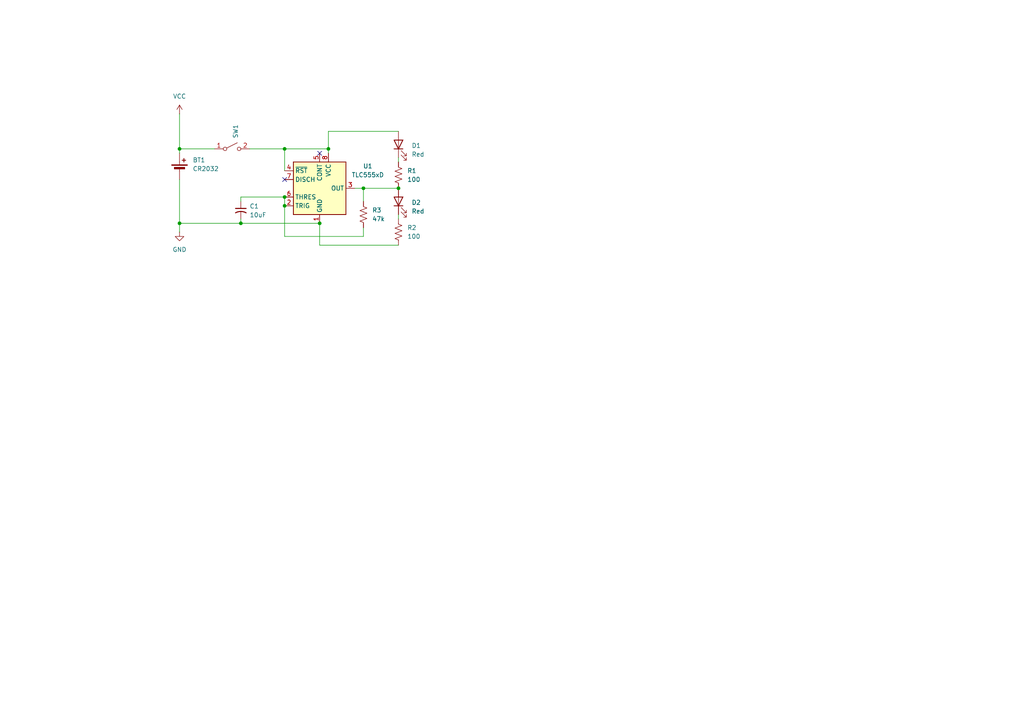
<source format=kicad_sch>
(kicad_sch
	(version 20250114)
	(generator "eeschema")
	(generator_version "9.0")
	(uuid "733fed39-4531-4df2-8b62-cf67f96802ac")
	(paper "A4")
	(lib_symbols
		(symbol "Device:Battery_Cell"
			(pin_numbers
				(hide yes)
			)
			(pin_names
				(offset 0)
				(hide yes)
			)
			(exclude_from_sim no)
			(in_bom yes)
			(on_board yes)
			(property "Reference" "BT"
				(at 2.54 2.54 0)
				(effects
					(font
						(size 1.27 1.27)
					)
					(justify left)
				)
			)
			(property "Value" "Battery_Cell"
				(at 2.54 0 0)
				(effects
					(font
						(size 1.27 1.27)
					)
					(justify left)
				)
			)
			(property "Footprint" ""
				(at 0 1.524 90)
				(effects
					(font
						(size 1.27 1.27)
					)
					(hide yes)
				)
			)
			(property "Datasheet" "~"
				(at 0 1.524 90)
				(effects
					(font
						(size 1.27 1.27)
					)
					(hide yes)
				)
			)
			(property "Description" "Single-cell battery"
				(at 0 0 0)
				(effects
					(font
						(size 1.27 1.27)
					)
					(hide yes)
				)
			)
			(property "ki_keywords" "battery cell"
				(at 0 0 0)
				(effects
					(font
						(size 1.27 1.27)
					)
					(hide yes)
				)
			)
			(symbol "Battery_Cell_0_1"
				(rectangle
					(start -2.286 1.778)
					(end 2.286 1.524)
					(stroke
						(width 0)
						(type default)
					)
					(fill
						(type outline)
					)
				)
				(rectangle
					(start -1.524 1.016)
					(end 1.524 0.508)
					(stroke
						(width 0)
						(type default)
					)
					(fill
						(type outline)
					)
				)
				(polyline
					(pts
						(xy 0 1.778) (xy 0 2.54)
					)
					(stroke
						(width 0)
						(type default)
					)
					(fill
						(type none)
					)
				)
				(polyline
					(pts
						(xy 0 0.762) (xy 0 0)
					)
					(stroke
						(width 0)
						(type default)
					)
					(fill
						(type none)
					)
				)
				(polyline
					(pts
						(xy 0.762 3.048) (xy 1.778 3.048)
					)
					(stroke
						(width 0.254)
						(type default)
					)
					(fill
						(type none)
					)
				)
				(polyline
					(pts
						(xy 1.27 3.556) (xy 1.27 2.54)
					)
					(stroke
						(width 0.254)
						(type default)
					)
					(fill
						(type none)
					)
				)
			)
			(symbol "Battery_Cell_1_1"
				(pin passive line
					(at 0 5.08 270)
					(length 2.54)
					(name "+"
						(effects
							(font
								(size 1.27 1.27)
							)
						)
					)
					(number "1"
						(effects
							(font
								(size 1.27 1.27)
							)
						)
					)
				)
				(pin passive line
					(at 0 -2.54 90)
					(length 2.54)
					(name "-"
						(effects
							(font
								(size 1.27 1.27)
							)
						)
					)
					(number "2"
						(effects
							(font
								(size 1.27 1.27)
							)
						)
					)
				)
			)
			(embedded_fonts no)
		)
		(symbol "Device:C_Small_US"
			(pin_numbers
				(hide yes)
			)
			(pin_names
				(offset 0.254)
				(hide yes)
			)
			(exclude_from_sim no)
			(in_bom yes)
			(on_board yes)
			(property "Reference" "C"
				(at 0.254 1.778 0)
				(effects
					(font
						(size 1.27 1.27)
					)
					(justify left)
				)
			)
			(property "Value" "C_Small_US"
				(at 0.254 -2.032 0)
				(effects
					(font
						(size 1.27 1.27)
					)
					(justify left)
				)
			)
			(property "Footprint" ""
				(at 0 0 0)
				(effects
					(font
						(size 1.27 1.27)
					)
					(hide yes)
				)
			)
			(property "Datasheet" ""
				(at 0 0 0)
				(effects
					(font
						(size 1.27 1.27)
					)
					(hide yes)
				)
			)
			(property "Description" "capacitor, small US symbol"
				(at 0 0 0)
				(effects
					(font
						(size 1.27 1.27)
					)
					(hide yes)
				)
			)
			(property "ki_keywords" "cap capacitor"
				(at 0 0 0)
				(effects
					(font
						(size 1.27 1.27)
					)
					(hide yes)
				)
			)
			(property "ki_fp_filters" "C_*"
				(at 0 0 0)
				(effects
					(font
						(size 1.27 1.27)
					)
					(hide yes)
				)
			)
			(symbol "C_Small_US_0_1"
				(polyline
					(pts
						(xy -1.524 0.508) (xy 1.524 0.508)
					)
					(stroke
						(width 0.3048)
						(type default)
					)
					(fill
						(type none)
					)
				)
				(arc
					(start -1.524 -0.762)
					(mid 0 -0.3734)
					(end 1.524 -0.762)
					(stroke
						(width 0.3048)
						(type default)
					)
					(fill
						(type none)
					)
				)
			)
			(symbol "C_Small_US_1_1"
				(pin passive line
					(at 0 2.54 270)
					(length 2.032)
					(name "~"
						(effects
							(font
								(size 1.27 1.27)
							)
						)
					)
					(number "1"
						(effects
							(font
								(size 1.27 1.27)
							)
						)
					)
				)
				(pin passive line
					(at 0 -2.54 90)
					(length 2.032)
					(name "~"
						(effects
							(font
								(size 1.27 1.27)
							)
						)
					)
					(number "2"
						(effects
							(font
								(size 1.27 1.27)
							)
						)
					)
				)
			)
			(embedded_fonts no)
		)
		(symbol "Device:LED"
			(pin_numbers
				(hide yes)
			)
			(pin_names
				(offset 1.016)
				(hide yes)
			)
			(exclude_from_sim no)
			(in_bom yes)
			(on_board yes)
			(property "Reference" "D"
				(at 0 2.54 0)
				(effects
					(font
						(size 1.27 1.27)
					)
				)
			)
			(property "Value" "LED"
				(at 0 -2.54 0)
				(effects
					(font
						(size 1.27 1.27)
					)
				)
			)
			(property "Footprint" ""
				(at 0 0 0)
				(effects
					(font
						(size 1.27 1.27)
					)
					(hide yes)
				)
			)
			(property "Datasheet" "~"
				(at 0 0 0)
				(effects
					(font
						(size 1.27 1.27)
					)
					(hide yes)
				)
			)
			(property "Description" "Light emitting diode"
				(at 0 0 0)
				(effects
					(font
						(size 1.27 1.27)
					)
					(hide yes)
				)
			)
			(property "Sim.Pins" "1=K 2=A"
				(at 0 0 0)
				(effects
					(font
						(size 1.27 1.27)
					)
					(hide yes)
				)
			)
			(property "ki_keywords" "LED diode"
				(at 0 0 0)
				(effects
					(font
						(size 1.27 1.27)
					)
					(hide yes)
				)
			)
			(property "ki_fp_filters" "LED* LED_SMD:* LED_THT:*"
				(at 0 0 0)
				(effects
					(font
						(size 1.27 1.27)
					)
					(hide yes)
				)
			)
			(symbol "LED_0_1"
				(polyline
					(pts
						(xy -3.048 -0.762) (xy -4.572 -2.286) (xy -3.81 -2.286) (xy -4.572 -2.286) (xy -4.572 -1.524)
					)
					(stroke
						(width 0)
						(type default)
					)
					(fill
						(type none)
					)
				)
				(polyline
					(pts
						(xy -1.778 -0.762) (xy -3.302 -2.286) (xy -2.54 -2.286) (xy -3.302 -2.286) (xy -3.302 -1.524)
					)
					(stroke
						(width 0)
						(type default)
					)
					(fill
						(type none)
					)
				)
				(polyline
					(pts
						(xy -1.27 0) (xy 1.27 0)
					)
					(stroke
						(width 0)
						(type default)
					)
					(fill
						(type none)
					)
				)
				(polyline
					(pts
						(xy -1.27 -1.27) (xy -1.27 1.27)
					)
					(stroke
						(width 0.254)
						(type default)
					)
					(fill
						(type none)
					)
				)
				(polyline
					(pts
						(xy 1.27 -1.27) (xy 1.27 1.27) (xy -1.27 0) (xy 1.27 -1.27)
					)
					(stroke
						(width 0.254)
						(type default)
					)
					(fill
						(type none)
					)
				)
			)
			(symbol "LED_1_1"
				(pin passive line
					(at -3.81 0 0)
					(length 2.54)
					(name "K"
						(effects
							(font
								(size 1.27 1.27)
							)
						)
					)
					(number "1"
						(effects
							(font
								(size 1.27 1.27)
							)
						)
					)
				)
				(pin passive line
					(at 3.81 0 180)
					(length 2.54)
					(name "A"
						(effects
							(font
								(size 1.27 1.27)
							)
						)
					)
					(number "2"
						(effects
							(font
								(size 1.27 1.27)
							)
						)
					)
				)
			)
			(embedded_fonts no)
		)
		(symbol "Device:R_US"
			(pin_numbers
				(hide yes)
			)
			(pin_names
				(offset 0)
			)
			(exclude_from_sim no)
			(in_bom yes)
			(on_board yes)
			(property "Reference" "R"
				(at 2.54 0 90)
				(effects
					(font
						(size 1.27 1.27)
					)
				)
			)
			(property "Value" "R_US"
				(at -2.54 0 90)
				(effects
					(font
						(size 1.27 1.27)
					)
				)
			)
			(property "Footprint" ""
				(at 1.016 -0.254 90)
				(effects
					(font
						(size 1.27 1.27)
					)
					(hide yes)
				)
			)
			(property "Datasheet" "~"
				(at 0 0 0)
				(effects
					(font
						(size 1.27 1.27)
					)
					(hide yes)
				)
			)
			(property "Description" "Resistor, US symbol"
				(at 0 0 0)
				(effects
					(font
						(size 1.27 1.27)
					)
					(hide yes)
				)
			)
			(property "ki_keywords" "R res resistor"
				(at 0 0 0)
				(effects
					(font
						(size 1.27 1.27)
					)
					(hide yes)
				)
			)
			(property "ki_fp_filters" "R_*"
				(at 0 0 0)
				(effects
					(font
						(size 1.27 1.27)
					)
					(hide yes)
				)
			)
			(symbol "R_US_0_1"
				(polyline
					(pts
						(xy 0 2.286) (xy 0 2.54)
					)
					(stroke
						(width 0)
						(type default)
					)
					(fill
						(type none)
					)
				)
				(polyline
					(pts
						(xy 0 2.286) (xy 1.016 1.905) (xy 0 1.524) (xy -1.016 1.143) (xy 0 0.762)
					)
					(stroke
						(width 0)
						(type default)
					)
					(fill
						(type none)
					)
				)
				(polyline
					(pts
						(xy 0 0.762) (xy 1.016 0.381) (xy 0 0) (xy -1.016 -0.381) (xy 0 -0.762)
					)
					(stroke
						(width 0)
						(type default)
					)
					(fill
						(type none)
					)
				)
				(polyline
					(pts
						(xy 0 -0.762) (xy 1.016 -1.143) (xy 0 -1.524) (xy -1.016 -1.905) (xy 0 -2.286)
					)
					(stroke
						(width 0)
						(type default)
					)
					(fill
						(type none)
					)
				)
				(polyline
					(pts
						(xy 0 -2.286) (xy 0 -2.54)
					)
					(stroke
						(width 0)
						(type default)
					)
					(fill
						(type none)
					)
				)
			)
			(symbol "R_US_1_1"
				(pin passive line
					(at 0 3.81 270)
					(length 1.27)
					(name "~"
						(effects
							(font
								(size 1.27 1.27)
							)
						)
					)
					(number "1"
						(effects
							(font
								(size 1.27 1.27)
							)
						)
					)
				)
				(pin passive line
					(at 0 -3.81 90)
					(length 1.27)
					(name "~"
						(effects
							(font
								(size 1.27 1.27)
							)
						)
					)
					(number "2"
						(effects
							(font
								(size 1.27 1.27)
							)
						)
					)
				)
			)
			(embedded_fonts no)
		)
		(symbol "Switch:SW_SPST"
			(pin_names
				(offset 0)
				(hide yes)
			)
			(exclude_from_sim no)
			(in_bom yes)
			(on_board yes)
			(property "Reference" "SW"
				(at 0 3.175 0)
				(effects
					(font
						(size 1.27 1.27)
					)
				)
			)
			(property "Value" "SW_SPST"
				(at 0 -2.54 0)
				(effects
					(font
						(size 1.27 1.27)
					)
				)
			)
			(property "Footprint" ""
				(at 0 0 0)
				(effects
					(font
						(size 1.27 1.27)
					)
					(hide yes)
				)
			)
			(property "Datasheet" "~"
				(at 0 0 0)
				(effects
					(font
						(size 1.27 1.27)
					)
					(hide yes)
				)
			)
			(property "Description" "Single Pole Single Throw (SPST) switch"
				(at 0 0 0)
				(effects
					(font
						(size 1.27 1.27)
					)
					(hide yes)
				)
			)
			(property "ki_keywords" "switch lever"
				(at 0 0 0)
				(effects
					(font
						(size 1.27 1.27)
					)
					(hide yes)
				)
			)
			(symbol "SW_SPST_0_0"
				(circle
					(center -2.032 0)
					(radius 0.508)
					(stroke
						(width 0)
						(type default)
					)
					(fill
						(type none)
					)
				)
				(polyline
					(pts
						(xy -1.524 0.254) (xy 1.524 1.778)
					)
					(stroke
						(width 0)
						(type default)
					)
					(fill
						(type none)
					)
				)
				(circle
					(center 2.032 0)
					(radius 0.508)
					(stroke
						(width 0)
						(type default)
					)
					(fill
						(type none)
					)
				)
			)
			(symbol "SW_SPST_1_1"
				(pin passive line
					(at -5.08 0 0)
					(length 2.54)
					(name "A"
						(effects
							(font
								(size 1.27 1.27)
							)
						)
					)
					(number "1"
						(effects
							(font
								(size 1.27 1.27)
							)
						)
					)
				)
				(pin passive line
					(at 5.08 0 180)
					(length 2.54)
					(name "B"
						(effects
							(font
								(size 1.27 1.27)
							)
						)
					)
					(number "2"
						(effects
							(font
								(size 1.27 1.27)
							)
						)
					)
				)
			)
			(embedded_fonts no)
		)
		(symbol "Timer:TLC555xD"
			(exclude_from_sim no)
			(in_bom yes)
			(on_board yes)
			(property "Reference" "U"
				(at -10.16 8.89 0)
				(effects
					(font
						(size 1.27 1.27)
					)
					(justify left)
				)
			)
			(property "Value" "TLC555xD"
				(at 2.54 8.89 0)
				(effects
					(font
						(size 1.27 1.27)
					)
					(justify left)
				)
			)
			(property "Footprint" "Package_SO:SOIC-8_3.9x4.9mm_P1.27mm"
				(at 0 -24.13 0)
				(effects
					(font
						(size 1.27 1.27)
					)
					(hide yes)
				)
			)
			(property "Datasheet" "http://www.ti.com/lit/ds/symlink/tlc555.pdf"
				(at 0 -26.67 0)
				(effects
					(font
						(size 1.27 1.27)
					)
					(hide yes)
				)
			)
			(property "Description" "Single LinCMOS Timer, 555 compatible, SOIC-8"
				(at 0 -21.59 0)
				(effects
					(font
						(size 1.27 1.27)
					)
					(hide yes)
				)
			)
			(property "ki_keywords" "single timer 555"
				(at 0 0 0)
				(effects
					(font
						(size 1.27 1.27)
					)
					(hide yes)
				)
			)
			(property "ki_fp_filters" "SOIC*3.9x4.9mm*P1.27mm*"
				(at 0 0 0)
				(effects
					(font
						(size 1.27 1.27)
					)
					(hide yes)
				)
			)
			(symbol "TLC555xD_0_0"
				(pin power_in line
					(at 0 -10.16 90)
					(length 2.54)
					(name "GND"
						(effects
							(font
								(size 1.27 1.27)
							)
						)
					)
					(number "1"
						(effects
							(font
								(size 1.27 1.27)
							)
						)
					)
				)
				(pin power_in line
					(at 2.54 10.16 270)
					(length 2.54)
					(name "VCC"
						(effects
							(font
								(size 1.27 1.27)
							)
						)
					)
					(number "8"
						(effects
							(font
								(size 1.27 1.27)
							)
						)
					)
				)
			)
			(symbol "TLC555xD_0_1"
				(rectangle
					(start -7.62 7.62)
					(end 7.62 -7.62)
					(stroke
						(width 0.254)
						(type default)
					)
					(fill
						(type background)
					)
				)
			)
			(symbol "TLC555xD_1_1"
				(pin input line
					(at -10.16 5.08 0)
					(length 2.54)
					(name "~{RST}"
						(effects
							(font
								(size 1.27 1.27)
							)
						)
					)
					(number "4"
						(effects
							(font
								(size 1.27 1.27)
							)
						)
					)
				)
				(pin input line
					(at -10.16 2.54 0)
					(length 2.54)
					(name "DISCH"
						(effects
							(font
								(size 1.27 1.27)
							)
						)
					)
					(number "7"
						(effects
							(font
								(size 1.27 1.27)
							)
						)
					)
				)
				(pin input line
					(at -10.16 -2.54 0)
					(length 2.54)
					(name "THRES"
						(effects
							(font
								(size 1.27 1.27)
							)
						)
					)
					(number "6"
						(effects
							(font
								(size 1.27 1.27)
							)
						)
					)
				)
				(pin input line
					(at -10.16 -5.08 0)
					(length 2.54)
					(name "TRIG"
						(effects
							(font
								(size 1.27 1.27)
							)
						)
					)
					(number "2"
						(effects
							(font
								(size 1.27 1.27)
							)
						)
					)
				)
				(pin open_collector line
					(at 0 10.16 270)
					(length 2.54)
					(name "CONT"
						(effects
							(font
								(size 1.27 1.27)
							)
						)
					)
					(number "5"
						(effects
							(font
								(size 1.27 1.27)
							)
						)
					)
				)
				(pin output line
					(at 10.16 0 180)
					(length 2.54)
					(name "OUT"
						(effects
							(font
								(size 1.27 1.27)
							)
						)
					)
					(number "3"
						(effects
							(font
								(size 1.27 1.27)
							)
						)
					)
				)
			)
			(embedded_fonts no)
		)
		(symbol "power:GND"
			(power)
			(pin_numbers
				(hide yes)
			)
			(pin_names
				(offset 0)
				(hide yes)
			)
			(exclude_from_sim no)
			(in_bom yes)
			(on_board yes)
			(property "Reference" "#PWR"
				(at 0 -6.35 0)
				(effects
					(font
						(size 1.27 1.27)
					)
					(hide yes)
				)
			)
			(property "Value" "GND"
				(at 0 -3.81 0)
				(effects
					(font
						(size 1.27 1.27)
					)
				)
			)
			(property "Footprint" ""
				(at 0 0 0)
				(effects
					(font
						(size 1.27 1.27)
					)
					(hide yes)
				)
			)
			(property "Datasheet" ""
				(at 0 0 0)
				(effects
					(font
						(size 1.27 1.27)
					)
					(hide yes)
				)
			)
			(property "Description" "Power symbol creates a global label with name \"GND\" , ground"
				(at 0 0 0)
				(effects
					(font
						(size 1.27 1.27)
					)
					(hide yes)
				)
			)
			(property "ki_keywords" "global power"
				(at 0 0 0)
				(effects
					(font
						(size 1.27 1.27)
					)
					(hide yes)
				)
			)
			(symbol "GND_0_1"
				(polyline
					(pts
						(xy 0 0) (xy 0 -1.27) (xy 1.27 -1.27) (xy 0 -2.54) (xy -1.27 -1.27) (xy 0 -1.27)
					)
					(stroke
						(width 0)
						(type default)
					)
					(fill
						(type none)
					)
				)
			)
			(symbol "GND_1_1"
				(pin power_in line
					(at 0 0 270)
					(length 0)
					(name "~"
						(effects
							(font
								(size 1.27 1.27)
							)
						)
					)
					(number "1"
						(effects
							(font
								(size 1.27 1.27)
							)
						)
					)
				)
			)
			(embedded_fonts no)
		)
		(symbol "power:VCC"
			(power)
			(pin_numbers
				(hide yes)
			)
			(pin_names
				(offset 0)
				(hide yes)
			)
			(exclude_from_sim no)
			(in_bom yes)
			(on_board yes)
			(property "Reference" "#PWR"
				(at 0 -3.81 0)
				(effects
					(font
						(size 1.27 1.27)
					)
					(hide yes)
				)
			)
			(property "Value" "VCC"
				(at 0 3.556 0)
				(effects
					(font
						(size 1.27 1.27)
					)
				)
			)
			(property "Footprint" ""
				(at 0 0 0)
				(effects
					(font
						(size 1.27 1.27)
					)
					(hide yes)
				)
			)
			(property "Datasheet" ""
				(at 0 0 0)
				(effects
					(font
						(size 1.27 1.27)
					)
					(hide yes)
				)
			)
			(property "Description" "Power symbol creates a global label with name \"VCC\""
				(at 0 0 0)
				(effects
					(font
						(size 1.27 1.27)
					)
					(hide yes)
				)
			)
			(property "ki_keywords" "global power"
				(at 0 0 0)
				(effects
					(font
						(size 1.27 1.27)
					)
					(hide yes)
				)
			)
			(symbol "VCC_0_1"
				(polyline
					(pts
						(xy -0.762 1.27) (xy 0 2.54)
					)
					(stroke
						(width 0)
						(type default)
					)
					(fill
						(type none)
					)
				)
				(polyline
					(pts
						(xy 0 2.54) (xy 0.762 1.27)
					)
					(stroke
						(width 0)
						(type default)
					)
					(fill
						(type none)
					)
				)
				(polyline
					(pts
						(xy 0 0) (xy 0 2.54)
					)
					(stroke
						(width 0)
						(type default)
					)
					(fill
						(type none)
					)
				)
			)
			(symbol "VCC_1_1"
				(pin power_in line
					(at 0 0 90)
					(length 0)
					(name "~"
						(effects
							(font
								(size 1.27 1.27)
							)
						)
					)
					(number "1"
						(effects
							(font
								(size 1.27 1.27)
							)
						)
					)
				)
			)
			(embedded_fonts no)
		)
	)
	(junction
		(at 115.57 54.61)
		(diameter 0)
		(color 0 0 0 0)
		(uuid "2899c5bf-f103-4ac1-9d0b-fbdaf047ff0e")
	)
	(junction
		(at 95.25 43.18)
		(diameter 0)
		(color 0 0 0 0)
		(uuid "3f415083-426a-431f-80c0-104dd6cf6915")
	)
	(junction
		(at 82.55 57.15)
		(diameter 0)
		(color 0 0 0 0)
		(uuid "4419a783-8ff2-4d68-af56-a56f6bdf1b2b")
	)
	(junction
		(at 82.55 43.18)
		(diameter 0)
		(color 0 0 0 0)
		(uuid "667cd666-d81c-431c-b1ec-66fa0f47e3e2")
	)
	(junction
		(at 52.07 43.18)
		(diameter 0)
		(color 0 0 0 0)
		(uuid "74b535fd-592d-4d2b-a349-310b0bd5ba75")
	)
	(junction
		(at 82.55 59.69)
		(diameter 0)
		(color 0 0 0 0)
		(uuid "781317ab-5d5b-4ec6-88d3-fd357ceefac3")
	)
	(junction
		(at 52.07 64.77)
		(diameter 0)
		(color 0 0 0 0)
		(uuid "bf9dffee-ec87-4cc1-b872-5a1de63dee62")
	)
	(junction
		(at 105.41 54.61)
		(diameter 0)
		(color 0 0 0 0)
		(uuid "d7ffbc2f-d3de-4dc2-8d3e-ba1456a5f2e3")
	)
	(junction
		(at 69.85 64.77)
		(diameter 0)
		(color 0 0 0 0)
		(uuid "e9a3967b-bced-4eb3-8e64-9cd6e9317f8a")
	)
	(junction
		(at 92.71 64.77)
		(diameter 0)
		(color 0 0 0 0)
		(uuid "f6bc1d4d-55fd-4335-8e92-09c94dbffe31")
	)
	(no_connect
		(at 82.55 52.07)
		(uuid "2b2e542c-e69b-4803-8732-b7fd13050a7f")
	)
	(no_connect
		(at 92.71 44.45)
		(uuid "d981f9c2-8fb7-4544-a64c-bf89b3c5875b")
	)
	(wire
		(pts
			(xy 115.57 38.1) (xy 95.25 38.1)
		)
		(stroke
			(width 0)
			(type default)
		)
		(uuid "12e2c6ce-876b-4f06-be2b-14077f566204")
	)
	(wire
		(pts
			(xy 82.55 43.18) (xy 95.25 43.18)
		)
		(stroke
			(width 0)
			(type default)
		)
		(uuid "18cd6d13-d72a-430c-9560-e74ccec1b07e")
	)
	(wire
		(pts
			(xy 115.57 63.5) (xy 115.57 62.23)
		)
		(stroke
			(width 0)
			(type default)
		)
		(uuid "2d331cf1-9466-418f-a5ff-8e6c9d722710")
	)
	(wire
		(pts
			(xy 95.25 38.1) (xy 95.25 43.18)
		)
		(stroke
			(width 0)
			(type default)
		)
		(uuid "3edc835d-e7f1-4725-9cbb-2c94f7eae139")
	)
	(wire
		(pts
			(xy 82.55 59.69) (xy 82.55 68.58)
		)
		(stroke
			(width 0)
			(type default)
		)
		(uuid "4149db6a-528c-4960-b960-64fe49e51b81")
	)
	(wire
		(pts
			(xy 82.55 57.15) (xy 82.55 59.69)
		)
		(stroke
			(width 0)
			(type default)
		)
		(uuid "54ba9287-9199-404a-907b-d22982a9427a")
	)
	(wire
		(pts
			(xy 82.55 57.15) (xy 69.85 57.15)
		)
		(stroke
			(width 0)
			(type default)
		)
		(uuid "56f6130e-3d71-4da1-92c9-4ea7ab09ad4f")
	)
	(wire
		(pts
			(xy 115.57 46.99) (xy 115.57 45.72)
		)
		(stroke
			(width 0)
			(type default)
		)
		(uuid "56fc87b3-80ef-4715-a0e5-3e1a63444a8d")
	)
	(wire
		(pts
			(xy 105.41 66.04) (xy 105.41 68.58)
		)
		(stroke
			(width 0)
			(type default)
		)
		(uuid "63042dc6-66dd-48c7-bc74-05f0b3028a53")
	)
	(wire
		(pts
			(xy 102.87 54.61) (xy 105.41 54.61)
		)
		(stroke
			(width 0)
			(type default)
		)
		(uuid "671ec95f-16ec-4c9b-98d3-15ac01dda835")
	)
	(wire
		(pts
			(xy 105.41 54.61) (xy 105.41 58.42)
		)
		(stroke
			(width 0)
			(type default)
		)
		(uuid "6a645cf2-9851-4dd0-bcde-aa76105d6406")
	)
	(wire
		(pts
			(xy 52.07 44.45) (xy 52.07 43.18)
		)
		(stroke
			(width 0)
			(type default)
		)
		(uuid "6dd592cd-8a5b-45ed-b77c-3084abe70237")
	)
	(wire
		(pts
			(xy 105.41 68.58) (xy 82.55 68.58)
		)
		(stroke
			(width 0)
			(type default)
		)
		(uuid "75a38c2c-f94e-4a54-b151-e91de421b743")
	)
	(wire
		(pts
			(xy 92.71 71.12) (xy 92.71 64.77)
		)
		(stroke
			(width 0)
			(type default)
		)
		(uuid "7c7ff8df-5912-486f-a705-1ab320072712")
	)
	(wire
		(pts
			(xy 52.07 52.07) (xy 52.07 64.77)
		)
		(stroke
			(width 0)
			(type default)
		)
		(uuid "7cee3347-fbe6-48c4-9c23-df1b9c1a3304")
	)
	(wire
		(pts
			(xy 52.07 43.18) (xy 52.07 33.02)
		)
		(stroke
			(width 0)
			(type default)
		)
		(uuid "7f0957ca-e701-4b3d-a65c-73821ce373da")
	)
	(wire
		(pts
			(xy 115.57 71.12) (xy 92.71 71.12)
		)
		(stroke
			(width 0)
			(type default)
		)
		(uuid "81c9df80-3fe5-43cc-a30c-6d669d3d3c0b")
	)
	(wire
		(pts
			(xy 69.85 64.77) (xy 92.71 64.77)
		)
		(stroke
			(width 0)
			(type default)
		)
		(uuid "836a449a-0613-417f-93a9-6ecfab47b15a")
	)
	(wire
		(pts
			(xy 52.07 64.77) (xy 69.85 64.77)
		)
		(stroke
			(width 0)
			(type default)
		)
		(uuid "84eedc94-2bbb-422b-879b-5be519b42fdc")
	)
	(wire
		(pts
			(xy 69.85 57.15) (xy 69.85 58.42)
		)
		(stroke
			(width 0)
			(type default)
		)
		(uuid "9f358c78-da2a-4ad2-b757-466c577b30e7")
	)
	(wire
		(pts
			(xy 69.85 63.5) (xy 69.85 64.77)
		)
		(stroke
			(width 0)
			(type default)
		)
		(uuid "9f82419c-d245-4659-a643-452b61ce3970")
	)
	(wire
		(pts
			(xy 52.07 67.31) (xy 52.07 64.77)
		)
		(stroke
			(width 0)
			(type default)
		)
		(uuid "b028fc76-4885-4116-aa73-23bc555b5e0e")
	)
	(wire
		(pts
			(xy 105.41 54.61) (xy 115.57 54.61)
		)
		(stroke
			(width 0)
			(type default)
		)
		(uuid "b7ce9b58-2369-4664-aa82-a6ce1b325abe")
	)
	(wire
		(pts
			(xy 52.07 43.18) (xy 62.23 43.18)
		)
		(stroke
			(width 0)
			(type default)
		)
		(uuid "c099d8af-4a7f-4270-9775-ff0950b85540")
	)
	(wire
		(pts
			(xy 72.39 43.18) (xy 82.55 43.18)
		)
		(stroke
			(width 0)
			(type default)
		)
		(uuid "ca8dd911-524d-4bbf-b74d-9b51546594c6")
	)
	(wire
		(pts
			(xy 82.55 43.18) (xy 82.55 49.53)
		)
		(stroke
			(width 0)
			(type default)
		)
		(uuid "d38399c3-c730-4a3b-85f2-879a3ec1a167")
	)
	(wire
		(pts
			(xy 95.25 44.45) (xy 95.25 43.18)
		)
		(stroke
			(width 0)
			(type default)
		)
		(uuid "ea30cbd9-267c-4987-9e65-87a25ebfc17b")
	)
	(symbol
		(lib_id "power:VCC")
		(at 52.07 33.02 0)
		(unit 1)
		(exclude_from_sim no)
		(in_bom yes)
		(on_board yes)
		(dnp no)
		(fields_autoplaced yes)
		(uuid "05b6e908-dddf-4608-bafb-adda6d8deb78")
		(property "Reference" "#PWR02"
			(at 52.07 36.83 0)
			(effects
				(font
					(size 1.27 1.27)
				)
				(hide yes)
			)
		)
		(property "Value" "VCC"
			(at 52.07 27.94 0)
			(effects
				(font
					(size 1.27 1.27)
				)
			)
		)
		(property "Footprint" ""
			(at 52.07 33.02 0)
			(effects
				(font
					(size 1.27 1.27)
				)
				(hide yes)
			)
		)
		(property "Datasheet" ""
			(at 52.07 33.02 0)
			(effects
				(font
					(size 1.27 1.27)
				)
				(hide yes)
			)
		)
		(property "Description" "Power symbol creates a global label with name \"VCC\""
			(at 52.07 33.02 0)
			(effects
				(font
					(size 1.27 1.27)
				)
				(hide yes)
			)
		)
		(pin "1"
			(uuid "985165fe-8e33-4472-9a41-caba5afb0a9f")
		)
		(instances
			(project ""
				(path "/733fed39-4531-4df2-8b62-cf67f96802ac"
					(reference "#PWR02")
					(unit 1)
				)
			)
		)
	)
	(symbol
		(lib_id "power:GND")
		(at 52.07 67.31 0)
		(unit 1)
		(exclude_from_sim no)
		(in_bom yes)
		(on_board yes)
		(dnp no)
		(fields_autoplaced yes)
		(uuid "4dba15b1-01d3-48d0-a0ab-5cdc2125ebf2")
		(property "Reference" "#PWR01"
			(at 52.07 73.66 0)
			(effects
				(font
					(size 1.27 1.27)
				)
				(hide yes)
			)
		)
		(property "Value" "GND"
			(at 52.07 72.39 0)
			(effects
				(font
					(size 1.27 1.27)
				)
			)
		)
		(property "Footprint" ""
			(at 52.07 67.31 0)
			(effects
				(font
					(size 1.27 1.27)
				)
				(hide yes)
			)
		)
		(property "Datasheet" ""
			(at 52.07 67.31 0)
			(effects
				(font
					(size 1.27 1.27)
				)
				(hide yes)
			)
		)
		(property "Description" "Power symbol creates a global label with name \"GND\" , ground"
			(at 52.07 67.31 0)
			(effects
				(font
					(size 1.27 1.27)
				)
				(hide yes)
			)
		)
		(pin "1"
			(uuid "494b1efe-486e-4f94-9b05-e938bf81d9c2")
		)
		(instances
			(project ""
				(path "/733fed39-4531-4df2-8b62-cf67f96802ac"
					(reference "#PWR01")
					(unit 1)
				)
			)
		)
	)
	(symbol
		(lib_id "Device:Battery_Cell")
		(at 52.07 49.53 0)
		(unit 1)
		(exclude_from_sim no)
		(in_bom yes)
		(on_board yes)
		(dnp no)
		(fields_autoplaced yes)
		(uuid "71f027c7-db48-484d-bf9f-e73fc1d2e511")
		(property "Reference" "BT1"
			(at 55.88 46.4184 0)
			(effects
				(font
					(size 1.27 1.27)
				)
				(justify left)
			)
		)
		(property "Value" "CR2032"
			(at 55.88 48.9584 0)
			(effects
				(font
					(size 1.27 1.27)
				)
				(justify left)
			)
		)
		(property "Footprint" "Battery Holder:BAT-HLD-001-THM_TEC"
			(at 52.07 48.006 90)
			(effects
				(font
					(size 1.27 1.27)
				)
				(hide yes)
			)
		)
		(property "Datasheet" "~"
			(at 52.07 48.006 90)
			(effects
				(font
					(size 1.27 1.27)
				)
				(hide yes)
			)
		)
		(property "Description" "Single-cell battery"
			(at 52.07 49.53 0)
			(effects
				(font
					(size 1.27 1.27)
				)
				(hide yes)
			)
		)
		(pin "1"
			(uuid "2a9980b1-b5ae-48fe-afea-90a298a9e099")
		)
		(pin "2"
			(uuid "31e3ead2-9934-46d8-953b-32d9da2cff71")
		)
		(instances
			(project ""
				(path "/733fed39-4531-4df2-8b62-cf67f96802ac"
					(reference "BT1")
					(unit 1)
				)
			)
		)
	)
	(symbol
		(lib_id "Device:LED")
		(at 115.57 58.42 90)
		(unit 1)
		(exclude_from_sim no)
		(in_bom yes)
		(on_board yes)
		(dnp no)
		(fields_autoplaced yes)
		(uuid "72807fdd-1117-4255-af77-214a1ed6d80c")
		(property "Reference" "D2"
			(at 119.38 58.7374 90)
			(effects
				(font
					(size 1.27 1.27)
				)
				(justify right)
			)
		)
		(property "Value" "Red"
			(at 119.38 61.2774 90)
			(effects
				(font
					(size 1.27 1.27)
				)
				(justify right)
			)
		)
		(property "Footprint" "LED_SMD:LED_0603_1608Metric_Pad1.05x0.95mm_HandSolder"
			(at 115.57 58.42 0)
			(effects
				(font
					(size 1.27 1.27)
				)
				(hide yes)
			)
		)
		(property "Datasheet" "~"
			(at 115.57 58.42 0)
			(effects
				(font
					(size 1.27 1.27)
				)
				(hide yes)
			)
		)
		(property "Description" "Light emitting diode"
			(at 115.57 58.42 0)
			(effects
				(font
					(size 1.27 1.27)
				)
				(hide yes)
			)
		)
		(property "Sim.Pins" "1=K 2=A"
			(at 115.57 58.42 0)
			(effects
				(font
					(size 1.27 1.27)
				)
				(hide yes)
			)
		)
		(pin "2"
			(uuid "92e95726-6a3a-4e9d-b805-6c41d1c9dd73")
		)
		(pin "1"
			(uuid "a7e5afab-63bf-4cd2-b88b-cf2ca704cec5")
		)
		(instances
			(project "blink_led"
				(path "/733fed39-4531-4df2-8b62-cf67f96802ac"
					(reference "D2")
					(unit 1)
				)
			)
		)
	)
	(symbol
		(lib_id "Timer:TLC555xD")
		(at 92.71 54.61 0)
		(unit 1)
		(exclude_from_sim no)
		(in_bom yes)
		(on_board yes)
		(dnp no)
		(fields_autoplaced yes)
		(uuid "79c14104-891b-4d0e-bbe9-3253ce9b1e76")
		(property "Reference" "U1"
			(at 106.68 48.1898 0)
			(effects
				(font
					(size 1.27 1.27)
				)
			)
		)
		(property "Value" "TLC555xD"
			(at 106.68 50.7298 0)
			(effects
				(font
					(size 1.27 1.27)
				)
			)
		)
		(property "Footprint" "Package_SO:SOIC-8_3.9x4.9mm_P1.27mm"
			(at 92.71 78.74 0)
			(effects
				(font
					(size 1.27 1.27)
				)
				(hide yes)
			)
		)
		(property "Datasheet" "http://www.ti.com/lit/ds/symlink/tlc555.pdf"
			(at 92.71 81.28 0)
			(effects
				(font
					(size 1.27 1.27)
				)
				(hide yes)
			)
		)
		(property "Description" "Single LinCMOS Timer, 555 compatible, SOIC-8"
			(at 92.71 76.2 0)
			(effects
				(font
					(size 1.27 1.27)
				)
				(hide yes)
			)
		)
		(pin "3"
			(uuid "32ab6d7b-389b-4772-adb7-c7b9b1421043")
		)
		(pin "6"
			(uuid "3474f168-39df-4532-b856-73ed4781c184")
		)
		(pin "1"
			(uuid "1a855cd5-32b4-4eba-9849-91c552b8adbd")
		)
		(pin "8"
			(uuid "90d41486-9f68-40f8-8553-cb2016c5e678")
		)
		(pin "2"
			(uuid "7d0e8065-a061-4e1e-8b79-effc8592ec7a")
		)
		(pin "4"
			(uuid "040ae276-d2e2-47ea-8e2b-93490c946a31")
		)
		(pin "5"
			(uuid "dfb5a069-4bf3-4c63-bcc7-374a468fd99c")
		)
		(pin "7"
			(uuid "726528bb-031c-4ac1-8401-6033afd99377")
		)
		(instances
			(project ""
				(path "/733fed39-4531-4df2-8b62-cf67f96802ac"
					(reference "U1")
					(unit 1)
				)
			)
		)
	)
	(symbol
		(lib_id "Device:C_Small_US")
		(at 69.85 60.96 0)
		(unit 1)
		(exclude_from_sim no)
		(in_bom yes)
		(on_board yes)
		(dnp no)
		(fields_autoplaced yes)
		(uuid "815e3cb0-ef74-4872-84e4-2dcafa57ca10")
		(property "Reference" "C1"
			(at 72.39 59.8169 0)
			(effects
				(font
					(size 1.27 1.27)
				)
				(justify left)
			)
		)
		(property "Value" "10uF"
			(at 72.39 62.3569 0)
			(effects
				(font
					(size 1.27 1.27)
				)
				(justify left)
			)
		)
		(property "Footprint" "Capacitor_SMD:C_0805_2012Metric_Pad1.18x1.45mm_HandSolder"
			(at 69.85 60.96 0)
			(effects
				(font
					(size 1.27 1.27)
				)
				(hide yes)
			)
		)
		(property "Datasheet" ""
			(at 69.85 60.96 0)
			(effects
				(font
					(size 1.27 1.27)
				)
				(hide yes)
			)
		)
		(property "Description" "capacitor, small US symbol"
			(at 69.85 60.96 0)
			(effects
				(font
					(size 1.27 1.27)
				)
				(hide yes)
			)
		)
		(pin "1"
			(uuid "046151ce-6775-4842-82c6-d684b7f43955")
		)
		(pin "2"
			(uuid "66e52ac8-c4ff-4c4f-8008-01e0fd102b94")
		)
		(instances
			(project ""
				(path "/733fed39-4531-4df2-8b62-cf67f96802ac"
					(reference "C1")
					(unit 1)
				)
			)
		)
	)
	(symbol
		(lib_id "Switch:SW_SPST")
		(at 67.31 43.18 0)
		(unit 1)
		(exclude_from_sim no)
		(in_bom yes)
		(on_board yes)
		(dnp no)
		(uuid "8a328edb-c137-45ca-9abb-4d744a18f6f2")
		(property "Reference" "SW1"
			(at 68.326 40.132 90)
			(effects
				(font
					(size 1.27 1.27)
				)
				(justify left)
			)
		)
		(property "Value" "SW_SPST"
			(at 68.5799 40.64 90)
			(effects
				(font
					(size 1.27 1.27)
				)
				(justify left)
				(hide yes)
			)
		)
		(property "Footprint" "Button_Switch_THT:SW_PUSH_6mm_H5mm"
			(at 67.31 43.18 0)
			(effects
				(font
					(size 1.27 1.27)
				)
				(hide yes)
			)
		)
		(property "Datasheet" "~"
			(at 67.31 43.18 0)
			(effects
				(font
					(size 1.27 1.27)
				)
				(hide yes)
			)
		)
		(property "Description" "Single Pole Single Throw (SPST) switch"
			(at 67.31 43.18 0)
			(effects
				(font
					(size 1.27 1.27)
				)
				(hide yes)
			)
		)
		(pin "2"
			(uuid "2e795052-bb90-4012-9c4b-5cdf489952a8")
		)
		(pin "1"
			(uuid "968978f8-ec6c-4ab3-ae0d-afe2f6838d1c")
		)
		(instances
			(project ""
				(path "/733fed39-4531-4df2-8b62-cf67f96802ac"
					(reference "SW1")
					(unit 1)
				)
			)
		)
	)
	(symbol
		(lib_id "Device:LED")
		(at 115.57 41.91 90)
		(unit 1)
		(exclude_from_sim no)
		(in_bom yes)
		(on_board yes)
		(dnp no)
		(fields_autoplaced yes)
		(uuid "c72abd99-b9dc-40b1-a23e-e115999ca603")
		(property "Reference" "D1"
			(at 119.38 42.2274 90)
			(effects
				(font
					(size 1.27 1.27)
				)
				(justify right)
			)
		)
		(property "Value" "Red"
			(at 119.38 44.7674 90)
			(effects
				(font
					(size 1.27 1.27)
				)
				(justify right)
			)
		)
		(property "Footprint" "LED_SMD:LED_0603_1608Metric_Pad1.05x0.95mm_HandSolder"
			(at 115.57 41.91 0)
			(effects
				(font
					(size 1.27 1.27)
				)
				(hide yes)
			)
		)
		(property "Datasheet" "~"
			(at 115.57 41.91 0)
			(effects
				(font
					(size 1.27 1.27)
				)
				(hide yes)
			)
		)
		(property "Description" "Light emitting diode"
			(at 115.57 41.91 0)
			(effects
				(font
					(size 1.27 1.27)
				)
				(hide yes)
			)
		)
		(property "Sim.Pins" "1=K 2=A"
			(at 115.57 41.91 0)
			(effects
				(font
					(size 1.27 1.27)
				)
				(hide yes)
			)
		)
		(pin "2"
			(uuid "cb9d5181-a50f-4e3a-ac26-2a602dd68d9a")
		)
		(pin "1"
			(uuid "2772e24a-9c8b-44d8-9bc2-725f12731168")
		)
		(instances
			(project ""
				(path "/733fed39-4531-4df2-8b62-cf67f96802ac"
					(reference "D1")
					(unit 1)
				)
			)
		)
	)
	(symbol
		(lib_id "Device:R_US")
		(at 105.41 62.23 0)
		(unit 1)
		(exclude_from_sim no)
		(in_bom yes)
		(on_board yes)
		(dnp no)
		(fields_autoplaced yes)
		(uuid "c908d496-5f17-4a27-af39-dd1fbbebf593")
		(property "Reference" "R3"
			(at 107.95 60.9599 0)
			(effects
				(font
					(size 1.27 1.27)
				)
				(justify left)
			)
		)
		(property "Value" "47k"
			(at 107.95 63.4999 0)
			(effects
				(font
					(size 1.27 1.27)
				)
				(justify left)
			)
		)
		(property "Footprint" "Resistor_SMD:R_0805_2012Metric_Pad1.20x1.40mm_HandSolder"
			(at 106.426 62.484 90)
			(effects
				(font
					(size 1.27 1.27)
				)
				(hide yes)
			)
		)
		(property "Datasheet" "~"
			(at 105.41 62.23 0)
			(effects
				(font
					(size 1.27 1.27)
				)
				(hide yes)
			)
		)
		(property "Description" "Resistor, US symbol"
			(at 105.41 62.23 0)
			(effects
				(font
					(size 1.27 1.27)
				)
				(hide yes)
			)
		)
		(pin "2"
			(uuid "1a91baad-b7b8-47b2-8564-ec3b5d59d9cc")
		)
		(pin "1"
			(uuid "07c20b51-9bed-4ad5-a283-790cc3d4813a")
		)
		(instances
			(project "blink_led"
				(path "/733fed39-4531-4df2-8b62-cf67f96802ac"
					(reference "R3")
					(unit 1)
				)
			)
		)
	)
	(symbol
		(lib_id "Device:R_US")
		(at 115.57 50.8 0)
		(unit 1)
		(exclude_from_sim no)
		(in_bom yes)
		(on_board yes)
		(dnp no)
		(fields_autoplaced yes)
		(uuid "d4867bea-1ce0-44eb-8f14-dff0ef586979")
		(property "Reference" "R1"
			(at 118.11 49.5299 0)
			(effects
				(font
					(size 1.27 1.27)
				)
				(justify left)
			)
		)
		(property "Value" "100"
			(at 118.11 52.0699 0)
			(effects
				(font
					(size 1.27 1.27)
				)
				(justify left)
			)
		)
		(property "Footprint" "Resistor_SMD:R_2010_5025Metric_Pad1.40x2.65mm_HandSolder"
			(at 116.586 51.054 90)
			(effects
				(font
					(size 1.27 1.27)
				)
				(hide yes)
			)
		)
		(property "Datasheet" "~"
			(at 115.57 50.8 0)
			(effects
				(font
					(size 1.27 1.27)
				)
				(hide yes)
			)
		)
		(property "Description" "Resistor, US symbol"
			(at 115.57 50.8 0)
			(effects
				(font
					(size 1.27 1.27)
				)
				(hide yes)
			)
		)
		(pin "2"
			(uuid "0e231a85-e0cc-4899-9c84-f7f7d63d4fce")
		)
		(pin "1"
			(uuid "5bc59d23-3399-4aa2-94fd-928eddd1218d")
		)
		(instances
			(project ""
				(path "/733fed39-4531-4df2-8b62-cf67f96802ac"
					(reference "R1")
					(unit 1)
				)
			)
		)
	)
	(symbol
		(lib_id "Device:R_US")
		(at 115.57 67.31 0)
		(unit 1)
		(exclude_from_sim no)
		(in_bom yes)
		(on_board yes)
		(dnp no)
		(fields_autoplaced yes)
		(uuid "fbf20713-5a67-4843-bcc5-6c1a22e52da7")
		(property "Reference" "R2"
			(at 118.11 66.0399 0)
			(effects
				(font
					(size 1.27 1.27)
				)
				(justify left)
			)
		)
		(property "Value" "100"
			(at 118.11 68.5799 0)
			(effects
				(font
					(size 1.27 1.27)
				)
				(justify left)
			)
		)
		(property "Footprint" "Resistor_SMD:R_2010_5025Metric_Pad1.40x2.65mm_HandSolder"
			(at 116.586 67.564 90)
			(effects
				(font
					(size 1.27 1.27)
				)
				(hide yes)
			)
		)
		(property "Datasheet" "~"
			(at 115.57 67.31 0)
			(effects
				(font
					(size 1.27 1.27)
				)
				(hide yes)
			)
		)
		(property "Description" "Resistor, US symbol"
			(at 115.57 67.31 0)
			(effects
				(font
					(size 1.27 1.27)
				)
				(hide yes)
			)
		)
		(pin "2"
			(uuid "707a0d4c-aebf-44d7-aa3c-f95f0af9c637")
		)
		(pin "1"
			(uuid "f2b8692d-1b72-408b-8a2c-20b8b9f1f497")
		)
		(instances
			(project "blink_led"
				(path "/733fed39-4531-4df2-8b62-cf67f96802ac"
					(reference "R2")
					(unit 1)
				)
			)
		)
	)
	(sheet_instances
		(path "/"
			(page "1")
		)
	)
	(embedded_fonts no)
)

</source>
